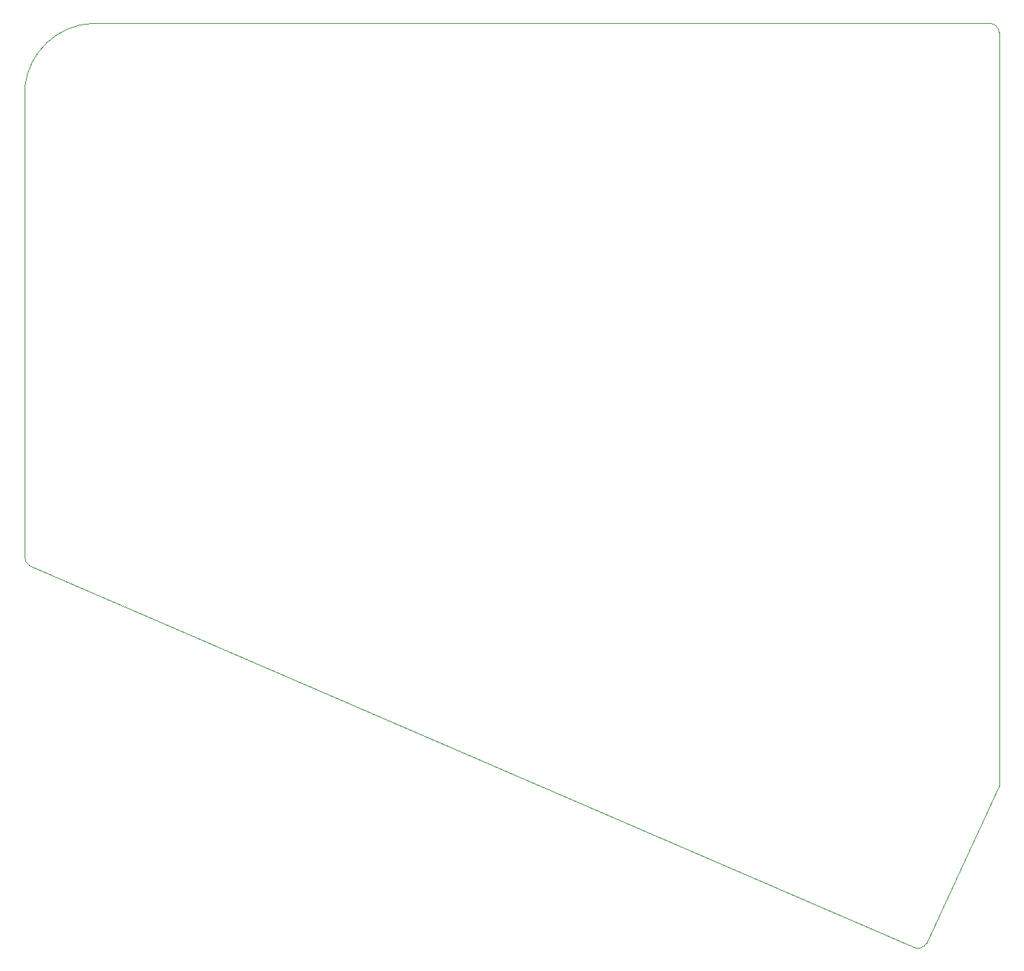
<source format=gbr>
%TF.GenerationSoftware,KiCad,Pcbnew,6.0.1*%
%TF.CreationDate,2022-04-23T16:15:16+02:00*%
%TF.ProjectId,KWS36,4b575333-362e-46b6-9963-61645f706362,1.0.0*%
%TF.SameCoordinates,Original*%
%TF.FileFunction,Profile,NP*%
%FSLAX46Y46*%
G04 Gerber Fmt 4.6, Leading zero omitted, Abs format (unit mm)*
G04 Created by KiCad (PCBNEW 6.0.1) date 2022-04-23 16:15:16*
%MOMM*%
%LPD*%
G01*
G04 APERTURE LIST*
%TA.AperFunction,Profile*%
%ADD10C,0.100000*%
%TD*%
G04 APERTURE END LIST*
D10*
X191500000Y-143213331D02*
G75*
G03*
X193000000Y-142713331I470746J1087763D01*
G01*
X95500000Y-35000000D02*
G75*
G03*
X87500001Y-42500000I278392J-8313617D01*
G01*
X201500000Y-36103553D02*
G75*
G03*
X200396447Y-35000000I-1103058J495D01*
G01*
X95500000Y-35000000D02*
X181000000Y-35000000D01*
X201500000Y-124250000D02*
X193000000Y-142713331D01*
X181000000Y-35000000D02*
X186000000Y-35000000D01*
X201500000Y-36103553D02*
X201500000Y-124250000D01*
X87500000Y-97432581D02*
G75*
G03*
X88000000Y-98432581I1109619J-70190D01*
G01*
X191500000Y-143213331D02*
X88000000Y-98432581D01*
X186000000Y-35000000D02*
X200396447Y-35000000D01*
X87500000Y-97500000D02*
X87500000Y-42500000D01*
M02*

</source>
